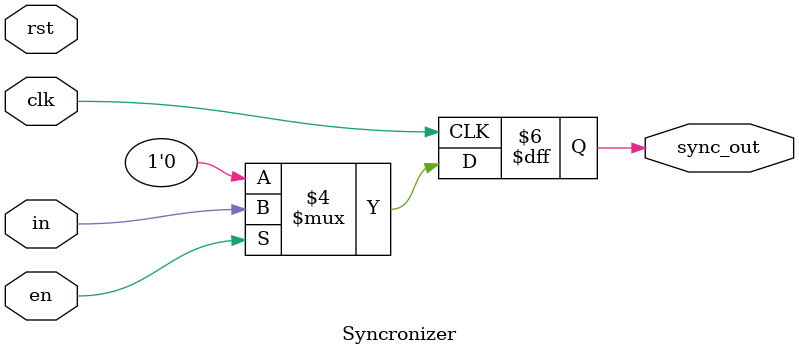
<source format=v>
`timescale 1ns / 1ps
`default_nettype none
 

//////////////////////////////////
// Buffers
//////////////////////////////////

module NOT #(parameter WIDTH = 1)(
	input wire [WIDTH-1:0] in,
	output wire [WIDTH-1:0] out
);

assign out = ~in;

endmodule

module TRIBUFFER #(parameter WIDTH = 1)(
	input wire oe,
	input wire [WIDTH-1:0] in,
	output wire [WIDTH-1:0] out
);

assign out = (oe) ? in : {(WIDTH){1'bZ}};

endmodule

//////////////////////////////////
// Non-Inverting Logic Functions
//////////////////////////////////

module AND #(parameter WIDTH = 2)(
	input wire [WIDTH-1:0] in,
	output wire out
);

assign out = &in;

endmodule

module OR #(parameter WIDTH = 2)(
	input wire [WIDTH-1:0] in,
	output wire out
);

assign out = |in;

endmodule

module XOR #(parameter WIDTH = 2)(
	input wire [WIDTH-1:0] in,
	output wire out
);

assign out = ^in;

endmodule

//////////////////////////////////
// Inverting Logic Functions
//////////////////////////////////

module NAND #(parameter WIDTH = 2)(
	input wire [WIDTH-1:0] in,
	output wire out
);

assign out = ~&in;

endmodule

module NOR #(parameter WIDTH = 2)(
	input wire [WIDTH-1:0] in,
	output wire out
);

assign out = ~|in;

endmodule

module XNOR #(parameter WIDTH = 2)(
	input wire [WIDTH-1:0] in,
	output wire out
);

assign out = ~^in;

endmodule

//////////////////////////////////
// Multiplex - Demultiplex
//////////////////////////////////

module MUX #(
    parameter WIDTH  = 1,
    parameter INPUTS = 2
)(
    input wire [SELECT-1:0] select,
    input wire [(WIDTH*INPUTS)-1:0] in,
    output wire [WIDTH-1:0] out
);
parameter SELECT = $clog2(INPUTS);

assign out = (in >> (select*WIDTH));

endmodule

//////////////////////////////////
// Encoder - Decoder
//////////////////////////////////

module DECODER #(parameter INPUT_WIDTH = 4)
(
	input wire enable,
	input wire [INPUT_WIDTH-1:0] in,
	output wire [(2 ** INPUT_WIDTH)-1:0] out
);

assign out = (enable) ? (1 << in) : 0;

endmodule

module ENCODER #(parameter OUTPUT_WIDTH = 4)
(
	input wire enable,
	input wire [(2^OUTPUT_WIDTH)-1:0] in,
	output reg [OUTPUT_WIDTH-1:0] out
);

integer i;

always @(*)
begin
	if(enable)
	begin
		for (i = (2^OUTPUT_WIDTH)-1; i >= 0; i = i - 1)
		begin
			if(in[i] == 1)
			begin
				out <= i;
			end
		end
	end
	else
	begin
		out = 0;
	end
end

endmodule


//////////////////////////////////
// Latches
//////////////////////////////////

module RSLATCH (
	input wire rst,
	input wire R,
	input wire S,
	output wire Q,
	output wire nQ
);

NOR set (
	.in({ S, Q }),
	.out(nQ)
);

NOR reset (
	.in({ R, nQ }),
	.out(Q)
);

endmodule

module DLATCH #(parameter WIDTH = 1)(
	input wire rst,
	input wire C,
	input wire [WIDTH-1:0] D,
	output reg [WIDTH-1:0] Q
);

always @(*)
begin
    if (rst)
    begin
    	Q <= 0;
    end
    else if (C)
    begin
        Q <= D;
    end
end

endmodule

module TRIDLATCH #(parameter WIDTH = 1)(
	input wire rst,
	input wire C,
	input wire oe,
	input wire [WIDTH-1:0] D,
	output reg [WIDTH-1:0] Q
);

wire Q_int;

assign Q_int = (oe) ? Q : 'bZ;

DLATCH #(WIDTH) U0 (
	.rst(rst),
	.C(C),
	.D(D),
	.Q(Q)
);

endmodule

//////////////////////////////////
// Flip Flops
//////////////////////////////////

module DFLIPFLOP #(parameter WIDTH = 1)(
	input wire rst,
	input wire clk,
	input wire [WIDTH-1:0] D,
	output reg [WIDTH-1:0] Q
);

always @(posedge clk or posedge rst)
begin
    if (rst)
    begin
    	Q <= 0;
    end
    else
    begin
        Q <= D;
    end
end

endmodule

//////////////////////////////////
// Registers
//////////////////////////////////

module SHIFTREGISTER #(parameter WIDTH = 8)(
	input wire rst,
	input wire clk,
	input wire en,
	input wire in,
	output reg [WIDTH-1:0] Q
);

always @(posedge clk or posedge rst)
begin
    if (rst)
    begin
    	Q <= 0;
    end
    else
    begin
        Q <= { Q[WIDTH-2:0], in };
    end
end

endmodule

//////////////////////////////////
// COUNTERS
//////////////////////////////////

module COUNTER #(parameter WIDTH = 4)(
	input wire rst,
	input wire clk,
	input wire load,
	input wire increment,
	input wire enable,
	input wire [WIDTH-1:0] D,
	output reg [WIDTH-1:0] Q
);

always @(posedge clk or posedge rst)
begin
    if (rst)
    begin
    	Q <= 0;
    end
    else if(load && enable)
    begin
        Q <= D;
    end
    else if(enable)
    begin
    	if(increment)
    	begin
	        Q <= Q + 1;
    	end
    	else begin
    		Q <= Q - 1;
    	end
    end
end

endmodule

//////////////////////////////////
// External Signal Syncronizer
//////////////////////////////////

module Syncronizer #(
	parameter WIDTH = 1,
	parameter DEFAULT_DISABLED = 0
)
(
	input wire clk,
	input wire rst,
	input wire en,
	input wire [WIDTH-1:0] in,
	output reg [WIDTH-1:0] sync_out
);

always@(posedge clk)
begin
	if(en)
	begin
		sync_out = in;
	end
	else
	begin
		sync_out = DEFAULT_DISABLED;
	end
end

endmodule
</source>
